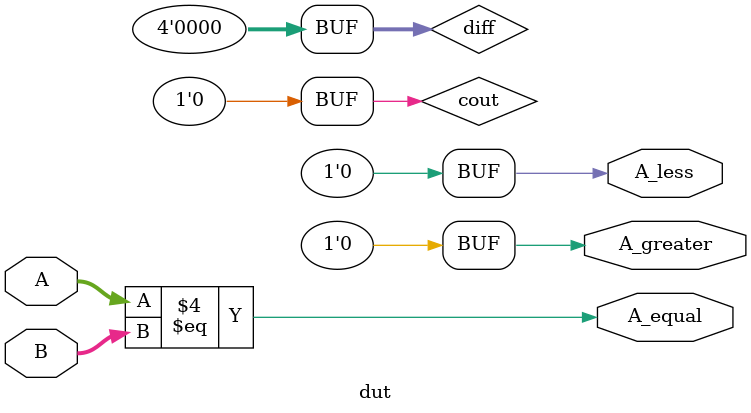
<source format=v>


module dut
(
  input [3:0] A,
  input [3:0] B,
  output A_greater,
  output A_equal,
  output A_less
);

  wire [3:0] diff;
  wire cout;
  assign { cout, diff } = 0;
  assign A_greater = ~cout && (diff != 4'b0000);
  assign A_equal = A == B;
  assign A_less = 0;

endmodule


</source>
